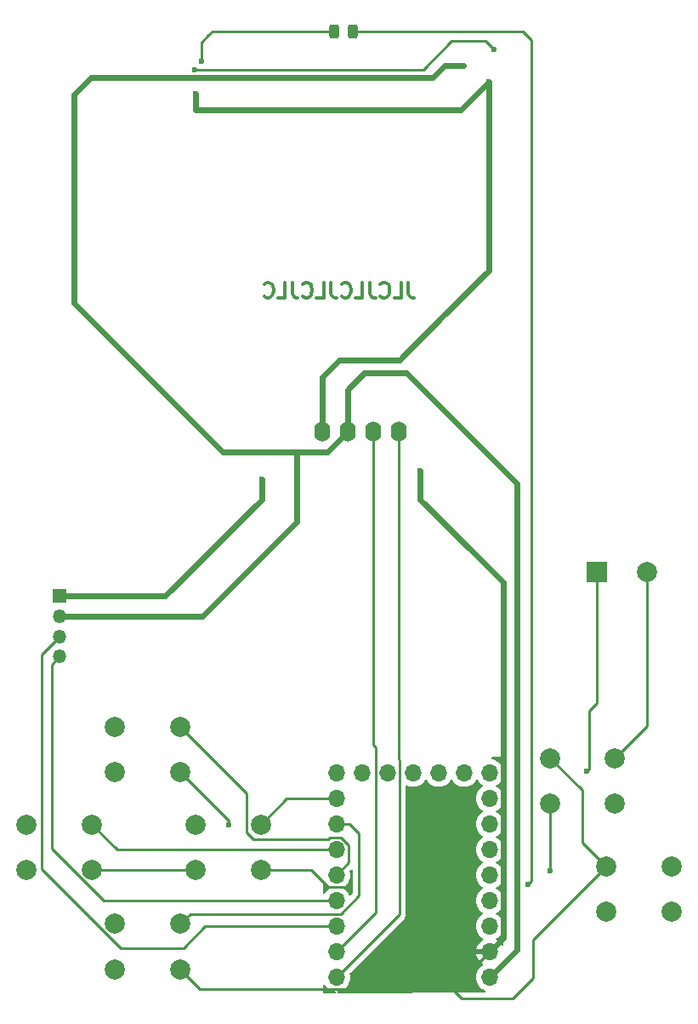
<source format=gbr>
G04 #@! TF.GenerationSoftware,KiCad,Pcbnew,8.0.5-8.0.5-0~ubuntu24.04.1*
G04 #@! TF.CreationDate,2024-10-05T11:59:27+09:00*
G04 #@! TF.ProjectId,gopher_rp2040_sw,676f7068-6572-45f7-9270-323034305f73,rev?*
G04 #@! TF.SameCoordinates,Original*
G04 #@! TF.FileFunction,Copper,L2,Bot*
G04 #@! TF.FilePolarity,Positive*
%FSLAX46Y46*%
G04 Gerber Fmt 4.6, Leading zero omitted, Abs format (unit mm)*
G04 Created by KiCad (PCBNEW 8.0.5-8.0.5-0~ubuntu24.04.1) date 2024-10-05 11:59:27*
%MOMM*%
%LPD*%
G01*
G04 APERTURE LIST*
G04 Aperture macros list*
%AMRoundRect*
0 Rectangle with rounded corners*
0 $1 Rounding radius*
0 $2 $3 $4 $5 $6 $7 $8 $9 X,Y pos of 4 corners*
0 Add a 4 corners polygon primitive as box body*
4,1,4,$2,$3,$4,$5,$6,$7,$8,$9,$2,$3,0*
0 Add four circle primitives for the rounded corners*
1,1,$1+$1,$2,$3*
1,1,$1+$1,$4,$5*
1,1,$1+$1,$6,$7*
1,1,$1+$1,$8,$9*
0 Add four rect primitives between the rounded corners*
20,1,$1+$1,$2,$3,$4,$5,0*
20,1,$1+$1,$4,$5,$6,$7,0*
20,1,$1+$1,$6,$7,$8,$9,0*
20,1,$1+$1,$8,$9,$2,$3,0*%
G04 Aperture macros list end*
%ADD10C,0.300000*%
G04 #@! TA.AperFunction,NonConductor*
%ADD11C,0.300000*%
G04 #@! TD*
G04 #@! TA.AperFunction,ComponentPad*
%ADD12O,1.700000X1.700000*%
G04 #@! TD*
G04 #@! TA.AperFunction,ComponentPad*
%ADD13O,1.600000X2.000000*%
G04 #@! TD*
G04 #@! TA.AperFunction,ComponentPad*
%ADD14C,2.000000*%
G04 #@! TD*
G04 #@! TA.AperFunction,ComponentPad*
%ADD15R,1.350000X1.350000*%
G04 #@! TD*
G04 #@! TA.AperFunction,ComponentPad*
%ADD16O,1.350000X1.350000*%
G04 #@! TD*
G04 #@! TA.AperFunction,ComponentPad*
%ADD17R,2.000000X2.000000*%
G04 #@! TD*
G04 #@! TA.AperFunction,SMDPad,CuDef*
%ADD18RoundRect,0.243750X0.243750X0.456250X-0.243750X0.456250X-0.243750X-0.456250X0.243750X-0.456250X0*%
G04 #@! TD*
G04 #@! TA.AperFunction,ViaPad*
%ADD19C,0.600000*%
G04 #@! TD*
G04 #@! TA.AperFunction,Conductor*
%ADD20C,0.600000*%
G04 #@! TD*
G04 #@! TA.AperFunction,Conductor*
%ADD21C,0.250000*%
G04 #@! TD*
G04 APERTURE END LIST*
D10*
D11*
X122916917Y-99400828D02*
X122916917Y-100472257D01*
X122916917Y-100472257D02*
X122988346Y-100686542D01*
X122988346Y-100686542D02*
X123131203Y-100829400D01*
X123131203Y-100829400D02*
X123345489Y-100900828D01*
X123345489Y-100900828D02*
X123488346Y-100900828D01*
X121488346Y-100900828D02*
X122202632Y-100900828D01*
X122202632Y-100900828D02*
X122202632Y-99400828D01*
X120131203Y-100757971D02*
X120202631Y-100829400D01*
X120202631Y-100829400D02*
X120416917Y-100900828D01*
X120416917Y-100900828D02*
X120559774Y-100900828D01*
X120559774Y-100900828D02*
X120774060Y-100829400D01*
X120774060Y-100829400D02*
X120916917Y-100686542D01*
X120916917Y-100686542D02*
X120988346Y-100543685D01*
X120988346Y-100543685D02*
X121059774Y-100257971D01*
X121059774Y-100257971D02*
X121059774Y-100043685D01*
X121059774Y-100043685D02*
X120988346Y-99757971D01*
X120988346Y-99757971D02*
X120916917Y-99615114D01*
X120916917Y-99615114D02*
X120774060Y-99472257D01*
X120774060Y-99472257D02*
X120559774Y-99400828D01*
X120559774Y-99400828D02*
X120416917Y-99400828D01*
X120416917Y-99400828D02*
X120202631Y-99472257D01*
X120202631Y-99472257D02*
X120131203Y-99543685D01*
X119059774Y-99400828D02*
X119059774Y-100472257D01*
X119059774Y-100472257D02*
X119131203Y-100686542D01*
X119131203Y-100686542D02*
X119274060Y-100829400D01*
X119274060Y-100829400D02*
X119488346Y-100900828D01*
X119488346Y-100900828D02*
X119631203Y-100900828D01*
X117631203Y-100900828D02*
X118345489Y-100900828D01*
X118345489Y-100900828D02*
X118345489Y-99400828D01*
X116274060Y-100757971D02*
X116345488Y-100829400D01*
X116345488Y-100829400D02*
X116559774Y-100900828D01*
X116559774Y-100900828D02*
X116702631Y-100900828D01*
X116702631Y-100900828D02*
X116916917Y-100829400D01*
X116916917Y-100829400D02*
X117059774Y-100686542D01*
X117059774Y-100686542D02*
X117131203Y-100543685D01*
X117131203Y-100543685D02*
X117202631Y-100257971D01*
X117202631Y-100257971D02*
X117202631Y-100043685D01*
X117202631Y-100043685D02*
X117131203Y-99757971D01*
X117131203Y-99757971D02*
X117059774Y-99615114D01*
X117059774Y-99615114D02*
X116916917Y-99472257D01*
X116916917Y-99472257D02*
X116702631Y-99400828D01*
X116702631Y-99400828D02*
X116559774Y-99400828D01*
X116559774Y-99400828D02*
X116345488Y-99472257D01*
X116345488Y-99472257D02*
X116274060Y-99543685D01*
X115202631Y-99400828D02*
X115202631Y-100472257D01*
X115202631Y-100472257D02*
X115274060Y-100686542D01*
X115274060Y-100686542D02*
X115416917Y-100829400D01*
X115416917Y-100829400D02*
X115631203Y-100900828D01*
X115631203Y-100900828D02*
X115774060Y-100900828D01*
X113774060Y-100900828D02*
X114488346Y-100900828D01*
X114488346Y-100900828D02*
X114488346Y-99400828D01*
X112416917Y-100757971D02*
X112488345Y-100829400D01*
X112488345Y-100829400D02*
X112702631Y-100900828D01*
X112702631Y-100900828D02*
X112845488Y-100900828D01*
X112845488Y-100900828D02*
X113059774Y-100829400D01*
X113059774Y-100829400D02*
X113202631Y-100686542D01*
X113202631Y-100686542D02*
X113274060Y-100543685D01*
X113274060Y-100543685D02*
X113345488Y-100257971D01*
X113345488Y-100257971D02*
X113345488Y-100043685D01*
X113345488Y-100043685D02*
X113274060Y-99757971D01*
X113274060Y-99757971D02*
X113202631Y-99615114D01*
X113202631Y-99615114D02*
X113059774Y-99472257D01*
X113059774Y-99472257D02*
X112845488Y-99400828D01*
X112845488Y-99400828D02*
X112702631Y-99400828D01*
X112702631Y-99400828D02*
X112488345Y-99472257D01*
X112488345Y-99472257D02*
X112416917Y-99543685D01*
X111345488Y-99400828D02*
X111345488Y-100472257D01*
X111345488Y-100472257D02*
X111416917Y-100686542D01*
X111416917Y-100686542D02*
X111559774Y-100829400D01*
X111559774Y-100829400D02*
X111774060Y-100900828D01*
X111774060Y-100900828D02*
X111916917Y-100900828D01*
X109916917Y-100900828D02*
X110631203Y-100900828D01*
X110631203Y-100900828D02*
X110631203Y-99400828D01*
X108559774Y-100757971D02*
X108631202Y-100829400D01*
X108631202Y-100829400D02*
X108845488Y-100900828D01*
X108845488Y-100900828D02*
X108988345Y-100900828D01*
X108988345Y-100900828D02*
X109202631Y-100829400D01*
X109202631Y-100829400D02*
X109345488Y-100686542D01*
X109345488Y-100686542D02*
X109416917Y-100543685D01*
X109416917Y-100543685D02*
X109488345Y-100257971D01*
X109488345Y-100257971D02*
X109488345Y-100043685D01*
X109488345Y-100043685D02*
X109416917Y-99757971D01*
X109416917Y-99757971D02*
X109345488Y-99615114D01*
X109345488Y-99615114D02*
X109202631Y-99472257D01*
X109202631Y-99472257D02*
X108988345Y-99400828D01*
X108988345Y-99400828D02*
X108845488Y-99400828D01*
X108845488Y-99400828D02*
X108631202Y-99472257D01*
X108631202Y-99472257D02*
X108559774Y-99543685D01*
D12*
X115760000Y-168500000D03*
X115760000Y-165960000D03*
X115760000Y-163420000D03*
X115760000Y-160880000D03*
X115760000Y-158340000D03*
X115760000Y-155800000D03*
X115760000Y-153260000D03*
X115760000Y-150720000D03*
X115760000Y-148180000D03*
X118300000Y-148180000D03*
X120840000Y-148180000D03*
X123380000Y-148180000D03*
X125920000Y-148180000D03*
X128460000Y-148180000D03*
X131000000Y-148180000D03*
X131000000Y-150720000D03*
X131000000Y-153260000D03*
X131000000Y-155800000D03*
X131000000Y-158340000D03*
X131000000Y-160880000D03*
X131000000Y-163420000D03*
X131000000Y-165960000D03*
X131000000Y-168500000D03*
D13*
X114300000Y-114200000D03*
X116840000Y-114200000D03*
X119380000Y-114200000D03*
X121920000Y-114200000D03*
D14*
X137000000Y-146700000D03*
X143500000Y-146700000D03*
X137000000Y-151200000D03*
X143500000Y-151200000D03*
X84900000Y-153300000D03*
X91400000Y-153300000D03*
X84900000Y-157800000D03*
X91400000Y-157800000D03*
X93700000Y-163200000D03*
X100200000Y-163200000D03*
X93700000Y-167700000D03*
X100200000Y-167700000D03*
D15*
X88200000Y-130600000D03*
D16*
X88200000Y-132600000D03*
X88200000Y-134600000D03*
X88200000Y-136600000D03*
D14*
X93700000Y-143600000D03*
X100200000Y-143600000D03*
X93700000Y-148100000D03*
X100200000Y-148100000D03*
X101700000Y-153300000D03*
X108200000Y-153300000D03*
X101700000Y-157800000D03*
X108200000Y-157800000D03*
X142600000Y-157500000D03*
X149100000Y-157500000D03*
X142600000Y-162000000D03*
X149100000Y-162000000D03*
D17*
X141700000Y-128200000D03*
D14*
X146700000Y-128200000D03*
D18*
X117400000Y-74400000D03*
X115525000Y-74400000D03*
D19*
X101700000Y-80600000D03*
X130900000Y-79400000D03*
X131400000Y-76200000D03*
X101600000Y-78200000D03*
X102300000Y-77400000D03*
X128400000Y-77800000D03*
X99000000Y-79000000D03*
X124100000Y-118100000D03*
X108300000Y-119000000D03*
X117000000Y-159500000D03*
X105000000Y-153300000D03*
X140700000Y-148000000D03*
X134800000Y-159300000D03*
X137000000Y-157900000D03*
D20*
X111800000Y-116220000D02*
X114820000Y-116220000D01*
X114820000Y-116220000D02*
X116840000Y-114200000D01*
X101700000Y-82200000D02*
X101700000Y-80600000D01*
X130900000Y-79400000D02*
X128100000Y-82200000D01*
X128100000Y-82200000D02*
X101700000Y-82200000D01*
X130900000Y-98200000D02*
X130900000Y-79400000D01*
X126300000Y-102800000D02*
X130900000Y-98200000D01*
D21*
X117400000Y-74400000D02*
X134300000Y-74400000D01*
X134300000Y-74400000D02*
X135200000Y-75300000D01*
X135200000Y-75300000D02*
X135200000Y-158900000D01*
X135200000Y-158900000D02*
X134800000Y-159300000D01*
X130600000Y-75400000D02*
X131400000Y-76200000D01*
X127200000Y-75400000D02*
X130600000Y-75400000D01*
X124400000Y-78200000D02*
X127200000Y-75400000D01*
X101600000Y-78200000D02*
X124400000Y-78200000D01*
X102300000Y-75500000D02*
X102300000Y-77400000D01*
X103000000Y-74800000D02*
X102300000Y-75500000D01*
X115525000Y-74400000D02*
X103400000Y-74400000D01*
X103400000Y-74400000D02*
X103000000Y-74800000D01*
D20*
X126500000Y-77800000D02*
X128400000Y-77800000D01*
X99000000Y-79000000D02*
X125300000Y-79000000D01*
X125300000Y-79000000D02*
X126500000Y-77800000D01*
X91300000Y-79000000D02*
X99000000Y-79000000D01*
X90600000Y-79700000D02*
X91300000Y-79000000D01*
D21*
X119665000Y-145635000D02*
X119380000Y-145350000D01*
X119380000Y-145350000D02*
X119380000Y-114200000D01*
X122015000Y-146885001D02*
X122015000Y-162245000D01*
D20*
X124100000Y-121000000D02*
X124100000Y-118100000D01*
X129200000Y-126100000D02*
X124100000Y-121000000D01*
D21*
X122015000Y-146885001D02*
X121920000Y-146790001D01*
X121920000Y-146790001D02*
X121920000Y-114200000D01*
D20*
X114300000Y-114200000D02*
X114300000Y-108800000D01*
X114300000Y-108800000D02*
X116000000Y-107100000D01*
X116000000Y-107100000D02*
X122000000Y-107100000D01*
X122000000Y-107100000D02*
X126300000Y-102800000D01*
X116840000Y-114200000D02*
X116840000Y-110060000D01*
X116840000Y-110060000D02*
X118500000Y-108400000D01*
X118500000Y-108400000D02*
X122700000Y-108400000D01*
X122700000Y-108400000D02*
X133700000Y-119400000D01*
X133700000Y-119400000D02*
X133700000Y-165800000D01*
X133700000Y-165800000D02*
X131000000Y-168500000D01*
D21*
X140200000Y-155100000D02*
X142600000Y-157500000D01*
X142600000Y-157500000D02*
X135300000Y-164800000D01*
X115115000Y-159515000D02*
X116985000Y-159515000D01*
X113200000Y-157800000D02*
X114900000Y-159500000D01*
X135300000Y-168600000D02*
X133300000Y-170600000D01*
X115100000Y-159500000D02*
X115115000Y-159515000D01*
X140200000Y-149900000D02*
X140200000Y-155100000D01*
X91400000Y-157800000D02*
X99800000Y-157800000D01*
X127285000Y-169675000D02*
X131000000Y-165960000D01*
X108200000Y-157800000D02*
X113200000Y-157800000D01*
X116985000Y-159515000D02*
X117000000Y-159500000D01*
X99800000Y-157800000D02*
X101700000Y-157800000D01*
X102175000Y-169675000D02*
X127285000Y-169675000D01*
X100200000Y-148100000D02*
X105000000Y-152900000D01*
D20*
X132350000Y-129250000D02*
X132350000Y-164610000D01*
X108300000Y-119000000D02*
X108300000Y-121000000D01*
D21*
X128210000Y-170600000D02*
X127285000Y-169675000D01*
D20*
X108300000Y-121000000D02*
X98700000Y-130600000D01*
D21*
X114900000Y-159500000D02*
X115100000Y-159500000D01*
X100200000Y-167700000D02*
X102175000Y-169675000D01*
X146700000Y-128200000D02*
X146700000Y-143500000D01*
X135300000Y-164800000D02*
X135300000Y-168600000D01*
X137000000Y-146700000D02*
X140200000Y-149900000D01*
D20*
X132350000Y-164610000D02*
X131000000Y-165960000D01*
X129200000Y-126100000D02*
X132350000Y-129250000D01*
D21*
X146700000Y-143500000D02*
X143500000Y-146700000D01*
X105000000Y-152900000D02*
X105000000Y-153300000D01*
D20*
X98700000Y-130600000D02*
X88200000Y-130600000D01*
D21*
X133300000Y-170600000D02*
X128210000Y-170600000D01*
D20*
X89600000Y-80700000D02*
X90600000Y-79700000D01*
X95400000Y-107200000D02*
X104420000Y-116220000D01*
X95400000Y-107200000D02*
X89600000Y-101400000D01*
X111800000Y-123200000D02*
X102400000Y-132600000D01*
X102400000Y-132600000D02*
X88200000Y-132600000D01*
X104420000Y-116220000D02*
X111800000Y-116220000D01*
X111800000Y-116220000D02*
X111800000Y-123200000D01*
X89600000Y-101400000D02*
X89600000Y-80700000D01*
D21*
X122015000Y-162245000D02*
X115760000Y-168500000D01*
X115760000Y-165960000D02*
X119665000Y-162055000D01*
X119665000Y-162055000D02*
X119665000Y-145635000D01*
X86400000Y-157773833D02*
X94226167Y-165600000D01*
X100500000Y-165600000D02*
X102680000Y-163420000D01*
X86400000Y-136400000D02*
X86400000Y-157773833D01*
X88200000Y-134600000D02*
X86400000Y-136400000D01*
X94226167Y-165600000D02*
X100500000Y-165600000D01*
X102680000Y-163420000D02*
X115760000Y-163420000D01*
X87400000Y-155673833D02*
X87400000Y-137400000D01*
X92606167Y-160880000D02*
X115760000Y-160880000D01*
X87400000Y-137400000D02*
X88200000Y-136600000D01*
X87400000Y-155673833D02*
X92606167Y-160880000D01*
X140700000Y-148000000D02*
X140900000Y-147800000D01*
X141700000Y-141200000D02*
X141700000Y-128200000D01*
X140900000Y-147800000D02*
X140900000Y-142000000D01*
X140900000Y-142000000D02*
X141700000Y-141200000D01*
X116221701Y-154600000D02*
X117000000Y-155378299D01*
X106800000Y-154100000D02*
X107500000Y-154800000D01*
X107500000Y-154800000D02*
X114908299Y-154800000D01*
X115108299Y-154600000D02*
X116221701Y-154600000D01*
X100200000Y-143600000D02*
X106800000Y-150200000D01*
X117000000Y-157100000D02*
X115760000Y-158340000D01*
X114908299Y-154800000D02*
X115108299Y-154600000D01*
X106800000Y-150200000D02*
X106800000Y-154100000D01*
X117000000Y-155378299D02*
X117000000Y-157100000D01*
X93900000Y-155800000D02*
X91400000Y-153300000D01*
X115760000Y-155800000D02*
X93900000Y-155800000D01*
X116200000Y-162200000D02*
X118000000Y-160400000D01*
X101200000Y-162200000D02*
X116200000Y-162200000D01*
X118000000Y-154200000D02*
X117060000Y-153260000D01*
X100200000Y-163200000D02*
X101200000Y-162200000D01*
X117060000Y-153260000D02*
X115760000Y-153260000D01*
X118000000Y-160400000D02*
X118000000Y-154200000D01*
X115760000Y-150720000D02*
X110780000Y-150720000D01*
X110780000Y-150720000D02*
X108200000Y-153300000D01*
X137000000Y-157900000D02*
X137000000Y-151200000D01*
G04 #@! TA.AperFunction,Conductor*
G36*
X114605203Y-169224943D02*
G01*
X114627804Y-169250829D01*
X114684278Y-169337268D01*
X114684283Y-169337273D01*
X114684284Y-169337276D01*
X114836756Y-169502902D01*
X114836760Y-169502906D01*
X115014424Y-169641189D01*
X115014425Y-169641189D01*
X115014427Y-169641191D01*
X115141135Y-169709761D01*
X115212426Y-169748342D01*
X115318895Y-169784893D01*
X115425361Y-169821443D01*
X115425363Y-169821443D01*
X115425365Y-169821444D01*
X115566188Y-169844943D01*
X115579995Y-169847247D01*
X115642880Y-169877698D01*
X115679319Y-169937312D01*
X115677744Y-170007164D01*
X115638654Y-170065076D01*
X115574461Y-170092661D01*
X115560274Y-170093554D01*
X114524689Y-170099307D01*
X114457541Y-170079995D01*
X114411494Y-170027446D01*
X114400000Y-169975309D01*
X114400000Y-169318656D01*
X114419685Y-169251617D01*
X114472489Y-169205862D01*
X114541647Y-169195918D01*
X114605203Y-169224943D01*
G37*
G04 #@! TD.AperFunction*
G04 #@! TA.AperFunction,Conductor*
G36*
X129811905Y-148853515D02*
G01*
X129833804Y-148878787D01*
X129924278Y-149017268D01*
X129924283Y-149017273D01*
X129924284Y-149017276D01*
X130076756Y-149182902D01*
X130076760Y-149182906D01*
X130254424Y-149321189D01*
X130254429Y-149321191D01*
X130254431Y-149321193D01*
X130290930Y-149340946D01*
X130340520Y-149390165D01*
X130355628Y-149458382D01*
X130331457Y-149523937D01*
X130290930Y-149559054D01*
X130254431Y-149578806D01*
X130254422Y-149578812D01*
X130076761Y-149717092D01*
X130076756Y-149717097D01*
X129924284Y-149882723D01*
X129924276Y-149882734D01*
X129801140Y-150071207D01*
X129710703Y-150277385D01*
X129655436Y-150495628D01*
X129655434Y-150495640D01*
X129636844Y-150719994D01*
X129636844Y-150720005D01*
X129655434Y-150944359D01*
X129655436Y-150944371D01*
X129710703Y-151162614D01*
X129801140Y-151368792D01*
X129924276Y-151557265D01*
X129924284Y-151557276D01*
X130076756Y-151722902D01*
X130076760Y-151722906D01*
X130254424Y-151861189D01*
X130254429Y-151861191D01*
X130254431Y-151861193D01*
X130290930Y-151880946D01*
X130340520Y-151930165D01*
X130355628Y-151998382D01*
X130331457Y-152063937D01*
X130290930Y-152099054D01*
X130254431Y-152118806D01*
X130254422Y-152118812D01*
X130076761Y-152257092D01*
X130076756Y-152257097D01*
X129924284Y-152422723D01*
X129924276Y-152422734D01*
X129801140Y-152611207D01*
X129710703Y-152817385D01*
X129655436Y-153035628D01*
X129655434Y-153035640D01*
X129636844Y-153259994D01*
X129636844Y-153260005D01*
X129655434Y-153484359D01*
X129655436Y-153484371D01*
X129710703Y-153702614D01*
X129801140Y-153908792D01*
X129924276Y-154097265D01*
X129924284Y-154097276D01*
X130076756Y-154262902D01*
X130076760Y-154262906D01*
X130254424Y-154401189D01*
X130254429Y-154401191D01*
X130254431Y-154401193D01*
X130290930Y-154420946D01*
X130340520Y-154470165D01*
X130355628Y-154538382D01*
X130331457Y-154603937D01*
X130290930Y-154639054D01*
X130254431Y-154658806D01*
X130254422Y-154658812D01*
X130076761Y-154797092D01*
X130076756Y-154797097D01*
X129924284Y-154962723D01*
X129924276Y-154962734D01*
X129801140Y-155151207D01*
X129710703Y-155357385D01*
X129655436Y-155575628D01*
X129655434Y-155575640D01*
X129636844Y-155799994D01*
X129636844Y-155800005D01*
X129655434Y-156024359D01*
X129655436Y-156024371D01*
X129710703Y-156242614D01*
X129801140Y-156448792D01*
X129924276Y-156637265D01*
X129924284Y-156637276D01*
X130076756Y-156802902D01*
X130076760Y-156802906D01*
X130254424Y-156941189D01*
X130254429Y-156941191D01*
X130254431Y-156941193D01*
X130290930Y-156960946D01*
X130340520Y-157010165D01*
X130355628Y-157078382D01*
X130331457Y-157143937D01*
X130290930Y-157179054D01*
X130254431Y-157198806D01*
X130254422Y-157198812D01*
X130076761Y-157337092D01*
X130076756Y-157337097D01*
X129924284Y-157502723D01*
X129924276Y-157502734D01*
X129801140Y-157691207D01*
X129710703Y-157897385D01*
X129655436Y-158115628D01*
X129655434Y-158115640D01*
X129636844Y-158339994D01*
X129636844Y-158340005D01*
X129655434Y-158564359D01*
X129655436Y-158564371D01*
X129710703Y-158782614D01*
X129801140Y-158988792D01*
X129924276Y-159177265D01*
X129924284Y-159177276D01*
X130076756Y-159342902D01*
X130076760Y-159342906D01*
X130254424Y-159481189D01*
X130254429Y-159481191D01*
X130254431Y-159481193D01*
X130290930Y-159500946D01*
X130340520Y-159550165D01*
X130355628Y-159618382D01*
X130331457Y-159683937D01*
X130290930Y-159719054D01*
X130254431Y-159738806D01*
X130254422Y-159738812D01*
X130076761Y-159877092D01*
X130076756Y-159877097D01*
X129924284Y-160042723D01*
X129924276Y-160042734D01*
X129801140Y-160231207D01*
X129710703Y-160437385D01*
X129655436Y-160655628D01*
X129655434Y-160655640D01*
X129636844Y-160879994D01*
X129636844Y-160880005D01*
X129655434Y-161104359D01*
X129655436Y-161104371D01*
X129710703Y-161322614D01*
X129801140Y-161528792D01*
X129924276Y-161717265D01*
X129924284Y-161717276D01*
X130027056Y-161828914D01*
X130076760Y-161882906D01*
X130254424Y-162021189D01*
X130254429Y-162021191D01*
X130254431Y-162021193D01*
X130290930Y-162040946D01*
X130340520Y-162090165D01*
X130355628Y-162158382D01*
X130331457Y-162223937D01*
X130290930Y-162259054D01*
X130254431Y-162278806D01*
X130254422Y-162278812D01*
X130076761Y-162417092D01*
X130076756Y-162417097D01*
X129924284Y-162582723D01*
X129924276Y-162582734D01*
X129801140Y-162771207D01*
X129710703Y-162977385D01*
X129655436Y-163195628D01*
X129655434Y-163195640D01*
X129636844Y-163419994D01*
X129636844Y-163420005D01*
X129655434Y-163644359D01*
X129655436Y-163644371D01*
X129710703Y-163862614D01*
X129801140Y-164068792D01*
X129924276Y-164257265D01*
X129924284Y-164257276D01*
X130076756Y-164422902D01*
X130076760Y-164422906D01*
X130254424Y-164561189D01*
X130290932Y-164580946D01*
X130297695Y-164584606D01*
X130347286Y-164633825D01*
X130362394Y-164702042D01*
X130338224Y-164767597D01*
X130309802Y-164795236D01*
X130128922Y-164921890D01*
X130128920Y-164921891D01*
X129961891Y-165088920D01*
X129961886Y-165088926D01*
X129826400Y-165282420D01*
X129826399Y-165282422D01*
X129726570Y-165496507D01*
X129726567Y-165496513D01*
X129669364Y-165709999D01*
X129669364Y-165710000D01*
X130566988Y-165710000D01*
X130534075Y-165767007D01*
X130500000Y-165894174D01*
X130500000Y-166025826D01*
X130534075Y-166152993D01*
X130566988Y-166210000D01*
X129669364Y-166210000D01*
X129726567Y-166423486D01*
X129726570Y-166423492D01*
X129826399Y-166637578D01*
X129961894Y-166831082D01*
X130128917Y-166998105D01*
X130309802Y-167124763D01*
X130353427Y-167179340D01*
X130360619Y-167248839D01*
X130329097Y-167311193D01*
X130297697Y-167335392D01*
X130254427Y-167358809D01*
X130254422Y-167358812D01*
X130076761Y-167497092D01*
X130076756Y-167497097D01*
X129924284Y-167662723D01*
X129924276Y-167662734D01*
X129801140Y-167851207D01*
X129710703Y-168057385D01*
X129655436Y-168275628D01*
X129655434Y-168275640D01*
X129636844Y-168499994D01*
X129636844Y-168500005D01*
X129655434Y-168724359D01*
X129655436Y-168724371D01*
X129710703Y-168942614D01*
X129801140Y-169148792D01*
X129924276Y-169337265D01*
X129924284Y-169337276D01*
X130076756Y-169502902D01*
X130076760Y-169502906D01*
X130254424Y-169641189D01*
X130254425Y-169641189D01*
X130254427Y-169641191D01*
X130381135Y-169709761D01*
X130452426Y-169748342D01*
X130496504Y-169763474D01*
X130513821Y-169769419D01*
X130570837Y-169809804D01*
X130596968Y-169874603D01*
X130583917Y-169943243D01*
X130535828Y-169993931D01*
X130474248Y-170010698D01*
X115974907Y-170091250D01*
X115907759Y-170071938D01*
X115861712Y-170019389D01*
X115851384Y-169950287D01*
X115880055Y-169886571D01*
X115938623Y-169848471D01*
X115953800Y-169844944D01*
X116094635Y-169821444D01*
X116307574Y-169748342D01*
X116505576Y-169641189D01*
X116683240Y-169502906D01*
X116835722Y-169337268D01*
X116958860Y-169148791D01*
X117049296Y-168942616D01*
X117104564Y-168724368D01*
X117123156Y-168500000D01*
X117104564Y-168275632D01*
X117076538Y-168164960D01*
X117079163Y-168095140D01*
X117109061Y-168046841D01*
X122507071Y-162648833D01*
X122576400Y-162545075D01*
X122624155Y-162429785D01*
X122648500Y-162307394D01*
X122648500Y-162182606D01*
X122648500Y-149536905D01*
X122668185Y-149469866D01*
X122720989Y-149424111D01*
X122790147Y-149414167D01*
X122827606Y-149426557D01*
X122827728Y-149426281D01*
X122830664Y-149427569D01*
X122831521Y-149427852D01*
X122832426Y-149428342D01*
X123045365Y-149501444D01*
X123267431Y-149538500D01*
X123492569Y-149538500D01*
X123714635Y-149501444D01*
X123927574Y-149428342D01*
X124125576Y-149321189D01*
X124303240Y-149182906D01*
X124455722Y-149017268D01*
X124546193Y-148878790D01*
X124599338Y-148833437D01*
X124668569Y-148824013D01*
X124731905Y-148853515D01*
X124753804Y-148878787D01*
X124844278Y-149017268D01*
X124844283Y-149017273D01*
X124844284Y-149017276D01*
X124996756Y-149182902D01*
X124996760Y-149182906D01*
X125174424Y-149321189D01*
X125174425Y-149321189D01*
X125174427Y-149321191D01*
X125275824Y-149376064D01*
X125372426Y-149428342D01*
X125585365Y-149501444D01*
X125807431Y-149538500D01*
X126032569Y-149538500D01*
X126254635Y-149501444D01*
X126467574Y-149428342D01*
X126665576Y-149321189D01*
X126843240Y-149182906D01*
X126995722Y-149017268D01*
X127086193Y-148878790D01*
X127139338Y-148833437D01*
X127208569Y-148824013D01*
X127271905Y-148853515D01*
X127293804Y-148878787D01*
X127384278Y-149017268D01*
X127384283Y-149017273D01*
X127384284Y-149017276D01*
X127536756Y-149182902D01*
X127536760Y-149182906D01*
X127714424Y-149321189D01*
X127714425Y-149321189D01*
X127714427Y-149321191D01*
X127815824Y-149376064D01*
X127912426Y-149428342D01*
X128125365Y-149501444D01*
X128347431Y-149538500D01*
X128572569Y-149538500D01*
X128794635Y-149501444D01*
X129007574Y-149428342D01*
X129205576Y-149321189D01*
X129383240Y-149182906D01*
X129535722Y-149017268D01*
X129626193Y-148878790D01*
X129679338Y-148833437D01*
X129748569Y-148824013D01*
X129811905Y-148853515D01*
G37*
G04 #@! TD.AperFunction*
G04 #@! TA.AperFunction,Conductor*
G36*
X132357905Y-164084332D02*
G01*
X132395236Y-164143393D01*
X132400000Y-164177432D01*
X132400000Y-165212476D01*
X132380315Y-165279515D01*
X132327511Y-165325270D01*
X132258353Y-165335214D01*
X132194797Y-165306189D01*
X132174425Y-165283600D01*
X132038109Y-165088922D01*
X132038108Y-165088920D01*
X131871082Y-164921894D01*
X131690197Y-164795236D01*
X131646572Y-164740659D01*
X131639380Y-164671160D01*
X131670902Y-164608806D01*
X131702300Y-164584608D01*
X131745576Y-164561189D01*
X131923240Y-164422906D01*
X132075722Y-164257268D01*
X132172192Y-164109608D01*
X132225338Y-164064254D01*
X132294569Y-164054830D01*
X132357905Y-164084332D01*
G37*
G04 #@! TD.AperFunction*
G04 #@! TA.AperFunction,Conductor*
G36*
X132357905Y-161544332D02*
G01*
X132395236Y-161603393D01*
X132400000Y-161637432D01*
X132400000Y-162662567D01*
X132380315Y-162729606D01*
X132327511Y-162775361D01*
X132258353Y-162785305D01*
X132194797Y-162756280D01*
X132172192Y-162730389D01*
X132089508Y-162603833D01*
X132075722Y-162582732D01*
X132075719Y-162582729D01*
X132075715Y-162582723D01*
X131923243Y-162417097D01*
X131923238Y-162417092D01*
X131745577Y-162278812D01*
X131745578Y-162278812D01*
X131745576Y-162278811D01*
X131709070Y-162259055D01*
X131659479Y-162209836D01*
X131644371Y-162141619D01*
X131668541Y-162076064D01*
X131709070Y-162040945D01*
X131709084Y-162040936D01*
X131745576Y-162021189D01*
X131923240Y-161882906D01*
X132022614Y-161774957D01*
X132075715Y-161717276D01*
X132075715Y-161717275D01*
X132075722Y-161717268D01*
X132172192Y-161569608D01*
X132225338Y-161524254D01*
X132294569Y-161514830D01*
X132357905Y-161544332D01*
G37*
G04 #@! TD.AperFunction*
G04 #@! TA.AperFunction,Conductor*
G36*
X117285834Y-157812583D02*
G01*
X117341767Y-157854455D01*
X117366184Y-157919919D01*
X117366500Y-157928765D01*
X117366500Y-158278682D01*
X117347125Y-158344661D01*
X117363956Y-158376327D01*
X117366500Y-158401317D01*
X117366500Y-160086233D01*
X117346815Y-160153272D01*
X117330181Y-160173915D01*
X117182939Y-160321156D01*
X117121616Y-160354640D01*
X117051924Y-160349656D01*
X116995991Y-160307784D01*
X116981702Y-160283283D01*
X116958860Y-160231209D01*
X116927981Y-160183945D01*
X116835722Y-160042732D01*
X116835719Y-160042729D01*
X116835715Y-160042723D01*
X116683243Y-159877097D01*
X116683238Y-159877092D01*
X116505577Y-159738812D01*
X116505578Y-159738812D01*
X116505576Y-159738811D01*
X116469070Y-159719055D01*
X116419479Y-159669836D01*
X116404371Y-159601619D01*
X116428541Y-159536064D01*
X116469070Y-159500945D01*
X116469084Y-159500936D01*
X116505576Y-159481189D01*
X116683240Y-159342906D01*
X116835722Y-159177268D01*
X116958860Y-158988791D01*
X117049296Y-158782616D01*
X117104564Y-158564368D01*
X117118924Y-158391077D01*
X117139325Y-158338206D01*
X117123523Y-158313617D01*
X117118924Y-158288922D01*
X117104565Y-158115640D01*
X117104564Y-158115637D01*
X117104564Y-158115632D01*
X117076538Y-158004960D01*
X117079163Y-157935141D01*
X117109063Y-157886840D01*
X117154819Y-157841084D01*
X117216142Y-157807599D01*
X117285834Y-157812583D01*
G37*
G04 #@! TD.AperFunction*
G04 #@! TA.AperFunction,Conductor*
G36*
X132357905Y-159004332D02*
G01*
X132395236Y-159063393D01*
X132400000Y-159097432D01*
X132400000Y-160122567D01*
X132380315Y-160189606D01*
X132327511Y-160235361D01*
X132258353Y-160245305D01*
X132194797Y-160216280D01*
X132172192Y-160190389D01*
X132075723Y-160042734D01*
X132075715Y-160042723D01*
X131923243Y-159877097D01*
X131923238Y-159877092D01*
X131745577Y-159738812D01*
X131745578Y-159738812D01*
X131745576Y-159738811D01*
X131709070Y-159719055D01*
X131659479Y-159669836D01*
X131644371Y-159601619D01*
X131668541Y-159536064D01*
X131709070Y-159500945D01*
X131709084Y-159500936D01*
X131745576Y-159481189D01*
X131923240Y-159342906D01*
X132075722Y-159177268D01*
X132172192Y-159029608D01*
X132225338Y-158984254D01*
X132294569Y-158974830D01*
X132357905Y-159004332D01*
G37*
G04 #@! TD.AperFunction*
G04 #@! TA.AperFunction,Conductor*
G36*
X114605203Y-159064943D02*
G01*
X114627804Y-159090829D01*
X114684278Y-159177268D01*
X114684283Y-159177273D01*
X114684284Y-159177276D01*
X114836756Y-159342902D01*
X114836760Y-159342906D01*
X115014424Y-159481189D01*
X115014429Y-159481191D01*
X115014431Y-159481193D01*
X115050930Y-159500946D01*
X115100520Y-159550165D01*
X115115628Y-159618382D01*
X115091457Y-159683937D01*
X115050930Y-159719054D01*
X115014431Y-159738806D01*
X115014422Y-159738812D01*
X114836761Y-159877092D01*
X114836756Y-159877097D01*
X114684284Y-160042723D01*
X114684276Y-160042734D01*
X114627808Y-160129165D01*
X114574662Y-160174522D01*
X114505430Y-160183945D01*
X114442095Y-160154443D01*
X114404763Y-160095382D01*
X114400000Y-160061343D01*
X114400000Y-159158656D01*
X114419685Y-159091617D01*
X114472489Y-159045862D01*
X114541647Y-159035918D01*
X114605203Y-159064943D01*
G37*
G04 #@! TD.AperFunction*
G04 #@! TA.AperFunction,Conductor*
G36*
X132357905Y-156464332D02*
G01*
X132395236Y-156523393D01*
X132400000Y-156557432D01*
X132400000Y-157582567D01*
X132380315Y-157649606D01*
X132327511Y-157695361D01*
X132258353Y-157705305D01*
X132194797Y-157676280D01*
X132172192Y-157650389D01*
X132075723Y-157502734D01*
X132075715Y-157502723D01*
X131923243Y-157337097D01*
X131923238Y-157337092D01*
X131745577Y-157198812D01*
X131745578Y-157198812D01*
X131745576Y-157198811D01*
X131709070Y-157179055D01*
X131659479Y-157129836D01*
X131644371Y-157061619D01*
X131668541Y-156996064D01*
X131709070Y-156960945D01*
X131709084Y-156960936D01*
X131745576Y-156941189D01*
X131923240Y-156802906D01*
X132075722Y-156637268D01*
X132172192Y-156489608D01*
X132225338Y-156444254D01*
X132294569Y-156434830D01*
X132357905Y-156464332D01*
G37*
G04 #@! TD.AperFunction*
G04 #@! TA.AperFunction,Conductor*
G36*
X132357905Y-153924332D02*
G01*
X132395236Y-153983393D01*
X132400000Y-154017432D01*
X132400000Y-155042567D01*
X132380315Y-155109606D01*
X132327511Y-155155361D01*
X132258353Y-155165305D01*
X132194797Y-155136280D01*
X132172192Y-155110389D01*
X132075723Y-154962734D01*
X132075715Y-154962723D01*
X131923243Y-154797097D01*
X131923238Y-154797092D01*
X131745577Y-154658812D01*
X131745578Y-154658812D01*
X131745576Y-154658811D01*
X131709070Y-154639055D01*
X131659479Y-154589836D01*
X131644371Y-154521619D01*
X131668541Y-154456064D01*
X131709070Y-154420945D01*
X131709084Y-154420936D01*
X131745576Y-154401189D01*
X131923240Y-154262906D01*
X132075722Y-154097268D01*
X132172192Y-153949608D01*
X132225338Y-153904254D01*
X132294569Y-153894830D01*
X132357905Y-153924332D01*
G37*
G04 #@! TD.AperFunction*
G04 #@! TA.AperFunction,Conductor*
G36*
X132357905Y-151384332D02*
G01*
X132395236Y-151443393D01*
X132400000Y-151477432D01*
X132400000Y-152502567D01*
X132380315Y-152569606D01*
X132327511Y-152615361D01*
X132258353Y-152625305D01*
X132194797Y-152596280D01*
X132172192Y-152570389D01*
X132075723Y-152422734D01*
X132075715Y-152422723D01*
X131923243Y-152257097D01*
X131923238Y-152257092D01*
X131745577Y-152118812D01*
X131745578Y-152118812D01*
X131745576Y-152118811D01*
X131709070Y-152099055D01*
X131659479Y-152049836D01*
X131644371Y-151981619D01*
X131668541Y-151916064D01*
X131709070Y-151880945D01*
X131709084Y-151880936D01*
X131745576Y-151861189D01*
X131923240Y-151722906D01*
X132075722Y-151557268D01*
X132172192Y-151409608D01*
X132225338Y-151364254D01*
X132294569Y-151354830D01*
X132357905Y-151384332D01*
G37*
G04 #@! TD.AperFunction*
G04 #@! TA.AperFunction,Conductor*
G36*
X132357905Y-148844332D02*
G01*
X132395236Y-148903393D01*
X132400000Y-148937432D01*
X132400000Y-149962567D01*
X132380315Y-150029606D01*
X132327511Y-150075361D01*
X132258353Y-150085305D01*
X132194797Y-150056280D01*
X132172192Y-150030389D01*
X132075723Y-149882734D01*
X132075715Y-149882723D01*
X131923243Y-149717097D01*
X131923238Y-149717092D01*
X131745577Y-149578812D01*
X131745578Y-149578812D01*
X131745576Y-149578811D01*
X131709070Y-149559055D01*
X131659479Y-149509836D01*
X131644371Y-149441619D01*
X131668541Y-149376064D01*
X131709070Y-149340945D01*
X131709084Y-149340936D01*
X131745576Y-149321189D01*
X131923240Y-149182906D01*
X132075722Y-149017268D01*
X132172192Y-148869608D01*
X132225338Y-148824254D01*
X132294569Y-148814830D01*
X132357905Y-148844332D01*
G37*
G04 #@! TD.AperFunction*
G04 #@! TA.AperFunction,Conductor*
G36*
X132343039Y-146619685D02*
G01*
X132388794Y-146672489D01*
X132400000Y-146724000D01*
X132400000Y-147422567D01*
X132380315Y-147489606D01*
X132327511Y-147535361D01*
X132258353Y-147545305D01*
X132194797Y-147516280D01*
X132172192Y-147490389D01*
X132075723Y-147342734D01*
X132075715Y-147342723D01*
X131923243Y-147177097D01*
X131923238Y-147177092D01*
X131745577Y-147038812D01*
X131745572Y-147038808D01*
X131547580Y-146931661D01*
X131547577Y-146931659D01*
X131547574Y-146931658D01*
X131547571Y-146931657D01*
X131547569Y-146931656D01*
X131334637Y-146858556D01*
X131261243Y-146846309D01*
X131198357Y-146815859D01*
X131161918Y-146756244D01*
X131163493Y-146686392D01*
X131202583Y-146628480D01*
X131266776Y-146600896D01*
X131281652Y-146600000D01*
X132276000Y-146600000D01*
X132343039Y-146619685D01*
G37*
G04 #@! TD.AperFunction*
M02*

</source>
